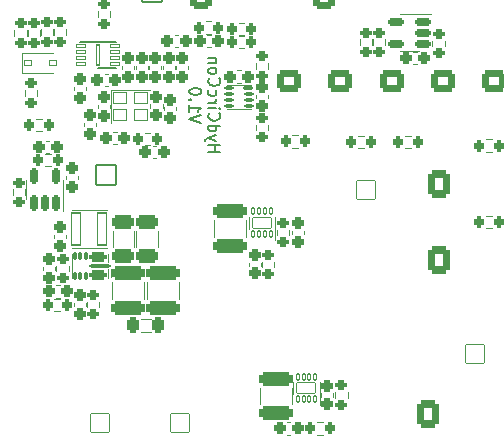
<source format=gbo>
G04 #@! TF.GenerationSoftware,KiCad,Pcbnew,(6.0.7)*
G04 #@! TF.CreationDate,2022-10-27T11:43:32+02:00*
G04 #@! TF.ProjectId,hydCircCon,68796443-6972-4634-936f-6e2e6b696361,rev?*
G04 #@! TF.SameCoordinates,Original*
G04 #@! TF.FileFunction,Legend,Bot*
G04 #@! TF.FilePolarity,Positive*
%FSLAX46Y46*%
G04 Gerber Fmt 4.6, Leading zero omitted, Abs format (unit mm)*
G04 Created by KiCad (PCBNEW (6.0.7)) date 2022-10-27 11:43:32*
%MOMM*%
%LPD*%
G01*
G04 APERTURE LIST*
G04 Aperture macros list*
%AMRoundRect*
0 Rectangle with rounded corners*
0 $1 Rounding radius*
0 $2 $3 $4 $5 $6 $7 $8 $9 X,Y pos of 4 corners*
0 Add a 4 corners polygon primitive as box body*
4,1,4,$2,$3,$4,$5,$6,$7,$8,$9,$2,$3,0*
0 Add four circle primitives for the rounded corners*
1,1,$1+$1,$2,$3*
1,1,$1+$1,$4,$5*
1,1,$1+$1,$6,$7*
1,1,$1+$1,$8,$9*
0 Add four rect primitives between the rounded corners*
20,1,$1+$1,$2,$3,$4,$5,0*
20,1,$1+$1,$4,$5,$6,$7,0*
20,1,$1+$1,$6,$7,$8,$9,0*
20,1,$1+$1,$8,$9,$2,$3,0*%
G04 Aperture macros list end*
%ADD10C,0.150000*%
%ADD11C,0.120000*%
%ADD12RoundRect,0.300000X-0.620000X-0.845000X0.620000X-0.845000X0.620000X0.845000X-0.620000X0.845000X0*%
%ADD13O,1.840000X2.290000*%
%ADD14RoundRect,0.300000X-0.750000X0.600000X-0.750000X-0.600000X0.750000X-0.600000X0.750000X0.600000X0*%
%ADD15O,2.100000X1.800000*%
%ADD16RoundRect,0.300000X-0.600000X-0.725000X0.600000X-0.725000X0.600000X0.725000X-0.600000X0.725000X0*%
%ADD17O,1.800000X2.050000*%
%ADD18C,3.300000*%
%ADD19O,1.150000X2.000000*%
%ADD20RoundRect,0.050000X-0.800000X-0.800000X0.800000X-0.800000X0.800000X0.800000X-0.800000X0.800000X0*%
%ADD21C,1.700000*%
%ADD22RoundRect,0.050000X0.800000X-0.800000X0.800000X0.800000X-0.800000X0.800000X-0.800000X-0.800000X0*%
%ADD23RoundRect,0.300000X0.620000X0.845000X-0.620000X0.845000X-0.620000X-0.845000X0.620000X-0.845000X0*%
%ADD24RoundRect,0.050000X-0.850000X-0.850000X0.850000X-0.850000X0.850000X0.850000X-0.850000X0.850000X0*%
%ADD25O,1.800000X1.800000*%
%ADD26RoundRect,0.050000X0.850000X-0.850000X0.850000X0.850000X-0.850000X0.850000X-0.850000X-0.850000X0*%
%ADD27RoundRect,0.250000X-0.200000X-0.275000X0.200000X-0.275000X0.200000X0.275000X-0.200000X0.275000X0*%
%ADD28RoundRect,0.275000X-0.250000X0.225000X-0.250000X-0.225000X0.250000X-0.225000X0.250000X0.225000X0*%
%ADD29RoundRect,0.275000X0.250000X-0.225000X0.250000X0.225000X-0.250000X0.225000X-0.250000X-0.225000X0*%
%ADD30RoundRect,0.275000X-0.225000X-0.250000X0.225000X-0.250000X0.225000X0.250000X-0.225000X0.250000X0*%
%ADD31RoundRect,0.250000X-0.275000X0.200000X-0.275000X-0.200000X0.275000X-0.200000X0.275000X0.200000X0*%
%ADD32RoundRect,0.250000X0.275000X-0.200000X0.275000X0.200000X-0.275000X0.200000X-0.275000X-0.200000X0*%
%ADD33RoundRect,0.200000X0.150000X-0.512500X0.150000X0.512500X-0.150000X0.512500X-0.150000X-0.512500X0*%
%ADD34RoundRect,0.275000X0.225000X0.250000X-0.225000X0.250000X-0.225000X-0.250000X0.225000X-0.250000X0*%
%ADD35RoundRect,0.300000X-1.100000X0.325000X-1.100000X-0.325000X1.100000X-0.325000X1.100000X0.325000X0*%
%ADD36RoundRect,0.112500X0.337500X0.062500X-0.337500X0.062500X-0.337500X-0.062500X0.337500X-0.062500X0*%
%ADD37RoundRect,0.112500X0.287500X0.062500X-0.287500X0.062500X-0.287500X-0.062500X0.287500X-0.062500X0*%
%ADD38RoundRect,0.300000X0.650000X-0.325000X0.650000X0.325000X-0.650000X0.325000X-0.650000X-0.325000X0*%
%ADD39RoundRect,0.050000X-0.575000X-0.500000X0.575000X-0.500000X0.575000X0.500000X-0.575000X0.500000X0*%
%ADD40RoundRect,0.250000X0.200000X0.275000X-0.200000X0.275000X-0.200000X-0.275000X0.200000X-0.275000X0*%
%ADD41RoundRect,0.050000X-0.375000X-0.150000X0.375000X-0.150000X0.375000X0.150000X-0.375000X0.150000X0*%
%ADD42RoundRect,0.050000X-0.150000X-0.850000X0.150000X-0.850000X0.150000X0.850000X-0.150000X0.850000X0*%
%ADD43RoundRect,0.300000X1.100000X-0.325000X1.100000X0.325000X-1.100000X0.325000X-1.100000X-0.325000X0*%
%ADD44RoundRect,0.268750X0.218750X0.256250X-0.218750X0.256250X-0.218750X-0.256250X0.218750X-0.256250X0*%
%ADD45RoundRect,0.250000X0.525000X-0.200000X0.525000X0.200000X-0.525000X0.200000X-0.525000X-0.200000X0*%
%ADD46RoundRect,0.125000X0.075000X-0.225000X0.075000X0.225000X-0.075000X0.225000X-0.075000X-0.225000X0*%
%ADD47RoundRect,0.125000X0.787500X-0.075000X0.787500X0.075000X-0.787500X0.075000X-0.787500X-0.075000X0*%
%ADD48RoundRect,0.050000X-0.400000X-1.350000X0.400000X-1.350000X0.400000X1.350000X-0.400000X1.350000X0*%
%ADD49RoundRect,0.050000X0.125000X-0.250000X0.125000X0.250000X-0.125000X0.250000X-0.125000X-0.250000X0*%
%ADD50RoundRect,0.050000X0.800000X-0.450000X0.800000X0.450000X-0.800000X0.450000X-0.800000X-0.450000X0*%
%ADD51RoundRect,0.268750X-0.218750X-0.381250X0.218750X-0.381250X0.218750X0.381250X-0.218750X0.381250X0*%
%ADD52RoundRect,0.050000X-0.300000X-0.225000X0.300000X-0.225000X0.300000X0.225000X-0.300000X0.225000X0*%
%ADD53RoundRect,0.200000X0.512500X0.150000X-0.512500X0.150000X-0.512500X-0.150000X0.512500X-0.150000X0*%
G04 APERTURE END LIST*
D10*
X172202619Y-101300000D02*
X173202619Y-101300000D01*
X172726428Y-101300000D02*
X172726428Y-100728571D01*
X172202619Y-100728571D02*
X173202619Y-100728571D01*
X172869285Y-100347619D02*
X172202619Y-100109523D01*
X172869285Y-99871428D02*
X172202619Y-100109523D01*
X171964523Y-100204761D01*
X171916904Y-100252380D01*
X171869285Y-100347619D01*
X172202619Y-99061904D02*
X173202619Y-99061904D01*
X172250238Y-99061904D02*
X172202619Y-99157142D01*
X172202619Y-99347619D01*
X172250238Y-99442857D01*
X172297857Y-99490476D01*
X172393095Y-99538095D01*
X172678809Y-99538095D01*
X172774047Y-99490476D01*
X172821666Y-99442857D01*
X172869285Y-99347619D01*
X172869285Y-99157142D01*
X172821666Y-99061904D01*
X172297857Y-98014285D02*
X172250238Y-98061904D01*
X172202619Y-98204761D01*
X172202619Y-98300000D01*
X172250238Y-98442857D01*
X172345476Y-98538095D01*
X172440714Y-98585714D01*
X172631190Y-98633333D01*
X172774047Y-98633333D01*
X172964523Y-98585714D01*
X173059761Y-98538095D01*
X173155000Y-98442857D01*
X173202619Y-98300000D01*
X173202619Y-98204761D01*
X173155000Y-98061904D01*
X173107380Y-98014285D01*
X172202619Y-97585714D02*
X172869285Y-97585714D01*
X173202619Y-97585714D02*
X173155000Y-97633333D01*
X173107380Y-97585714D01*
X173155000Y-97538095D01*
X173202619Y-97585714D01*
X173107380Y-97585714D01*
X172202619Y-97109523D02*
X172869285Y-97109523D01*
X172678809Y-97109523D02*
X172774047Y-97061904D01*
X172821666Y-97014285D01*
X172869285Y-96919047D01*
X172869285Y-96823809D01*
X172250238Y-96061904D02*
X172202619Y-96157142D01*
X172202619Y-96347619D01*
X172250238Y-96442857D01*
X172297857Y-96490476D01*
X172393095Y-96538095D01*
X172678809Y-96538095D01*
X172774047Y-96490476D01*
X172821666Y-96442857D01*
X172869285Y-96347619D01*
X172869285Y-96157142D01*
X172821666Y-96061904D01*
X172297857Y-95061904D02*
X172250238Y-95109523D01*
X172202619Y-95252380D01*
X172202619Y-95347619D01*
X172250238Y-95490476D01*
X172345476Y-95585714D01*
X172440714Y-95633333D01*
X172631190Y-95680952D01*
X172774047Y-95680952D01*
X172964523Y-95633333D01*
X173059761Y-95585714D01*
X173155000Y-95490476D01*
X173202619Y-95347619D01*
X173202619Y-95252380D01*
X173155000Y-95109523D01*
X173107380Y-95061904D01*
X172202619Y-94490476D02*
X172250238Y-94585714D01*
X172297857Y-94633333D01*
X172393095Y-94680952D01*
X172678809Y-94680952D01*
X172774047Y-94633333D01*
X172821666Y-94585714D01*
X172869285Y-94490476D01*
X172869285Y-94347619D01*
X172821666Y-94252380D01*
X172774047Y-94204761D01*
X172678809Y-94157142D01*
X172393095Y-94157142D01*
X172297857Y-94204761D01*
X172250238Y-94252380D01*
X172202619Y-94347619D01*
X172202619Y-94490476D01*
X172869285Y-93728571D02*
X172202619Y-93728571D01*
X172774047Y-93728571D02*
X172821666Y-93680952D01*
X172869285Y-93585714D01*
X172869285Y-93442857D01*
X172821666Y-93347619D01*
X172726428Y-93300000D01*
X172202619Y-93300000D01*
X171592619Y-98823809D02*
X170592619Y-98490476D01*
X171592619Y-98157142D01*
X170592619Y-97300000D02*
X170592619Y-97871428D01*
X170592619Y-97585714D02*
X171592619Y-97585714D01*
X171449761Y-97680952D01*
X171354523Y-97776190D01*
X171306904Y-97871428D01*
X170687857Y-96871428D02*
X170640238Y-96823809D01*
X170592619Y-96871428D01*
X170640238Y-96919047D01*
X170687857Y-96871428D01*
X170592619Y-96871428D01*
X171592619Y-96204761D02*
X171592619Y-96109523D01*
X171545000Y-96014285D01*
X171497380Y-95966666D01*
X171402142Y-95919047D01*
X171211666Y-95871428D01*
X170973571Y-95871428D01*
X170783095Y-95919047D01*
X170687857Y-95966666D01*
X170640238Y-96014285D01*
X170592619Y-96109523D01*
X170592619Y-96204761D01*
X170640238Y-96300000D01*
X170687857Y-96347619D01*
X170783095Y-96395238D01*
X170973571Y-96442857D01*
X171211666Y-96442857D01*
X171402142Y-96395238D01*
X171497380Y-96347619D01*
X171545000Y-96300000D01*
X171592619Y-96204761D01*
D11*
X195712742Y-107722500D02*
X196187258Y-107722500D01*
X195712742Y-106677500D02*
X196187258Y-106677500D01*
X168210000Y-93984420D02*
X168210000Y-94265580D01*
X167190000Y-93984420D02*
X167190000Y-94265580D01*
X182710000Y-122015580D02*
X182710000Y-121734420D01*
X181690000Y-122015580D02*
X181690000Y-121734420D01*
X167484420Y-100765000D02*
X167765580Y-100765000D01*
X167484420Y-101785000D02*
X167765580Y-101785000D01*
X156627500Y-96062742D02*
X156627500Y-96537258D01*
X157672500Y-96062742D02*
X157672500Y-96537258D01*
X160140000Y-103309420D02*
X160140000Y-103590580D01*
X161160000Y-103309420D02*
X161160000Y-103590580D01*
X182927500Y-122087258D02*
X182927500Y-121612742D01*
X183972500Y-122087258D02*
X183972500Y-121612742D01*
X176227500Y-93762742D02*
X176227500Y-94237258D01*
X177272500Y-93762742D02*
X177272500Y-94237258D01*
X160172500Y-91387258D02*
X160172500Y-90912742D01*
X159127500Y-91387258D02*
X159127500Y-90912742D01*
X166812742Y-99652500D02*
X167287258Y-99652500D01*
X166812742Y-100697500D02*
X167287258Y-100697500D01*
X159910000Y-104500000D02*
X159910000Y-106300000D01*
X156790000Y-104500000D02*
X156790000Y-105300000D01*
X159910000Y-104500000D02*
X159910000Y-103700000D01*
X156790000Y-104500000D02*
X156790000Y-103700000D01*
X189828080Y-93810000D02*
X189546920Y-93810000D01*
X189828080Y-92790000D02*
X189546920Y-92790000D01*
X163872500Y-89837258D02*
X163872500Y-89362742D01*
X162827500Y-89837258D02*
X162827500Y-89362742D01*
X179140580Y-124190000D02*
X178859420Y-124190000D01*
X179140580Y-125210000D02*
X178859420Y-125210000D01*
X166990000Y-112338748D02*
X166990000Y-113761252D01*
X169710000Y-112338748D02*
X169710000Y-113761252D01*
X179022500Y-108337258D02*
X179022500Y-107862742D01*
X177977500Y-108337258D02*
X177977500Y-107862742D01*
X175775000Y-95650000D02*
X173775000Y-95650000D01*
X175775000Y-97650000D02*
X173775000Y-97650000D01*
X163690580Y-95710000D02*
X163409420Y-95710000D01*
X163690580Y-94690000D02*
X163409420Y-94690000D01*
X158190000Y-111290580D02*
X158190000Y-111009420D01*
X159210000Y-111290580D02*
X159210000Y-111009420D01*
X160840000Y-114059420D02*
X160840000Y-114340580D01*
X161860000Y-114059420D02*
X161860000Y-114340580D01*
X164440580Y-100635000D02*
X164159420Y-100635000D01*
X164440580Y-99615000D02*
X164159420Y-99615000D01*
X166090000Y-109361252D02*
X166090000Y-107938748D01*
X167910000Y-109361252D02*
X167910000Y-107938748D01*
X159309420Y-112590000D02*
X159590580Y-112590000D01*
X159309420Y-113610000D02*
X159590580Y-113610000D01*
X160790000Y-95784420D02*
X160790000Y-96065580D01*
X161810000Y-95784420D02*
X161810000Y-96065580D01*
X174915580Y-95410000D02*
X174634420Y-95410000D01*
X174915580Y-94390000D02*
X174634420Y-94390000D01*
X163925000Y-98850000D02*
X163925000Y-96050000D01*
X163925000Y-96050000D02*
X167225000Y-96050000D01*
X159637258Y-114772500D02*
X159162742Y-114772500D01*
X159637258Y-113727500D02*
X159162742Y-113727500D01*
X156927500Y-90962742D02*
X156927500Y-91437258D01*
X157972500Y-90962742D02*
X157972500Y-91437258D01*
X176727500Y-110562742D02*
X176727500Y-111037258D01*
X177772500Y-110562742D02*
X177772500Y-111037258D01*
X195712742Y-100227500D02*
X196187258Y-100227500D01*
X195712742Y-101272500D02*
X196187258Y-101272500D01*
X159090000Y-108309420D02*
X159090000Y-108590580D01*
X160110000Y-108309420D02*
X160110000Y-108590580D01*
D10*
X162850000Y-94200000D02*
X164350000Y-94200000D01*
X161350000Y-91950000D02*
X164350000Y-91950000D01*
D11*
X156672500Y-104937258D02*
X156672500Y-104462742D01*
X155627500Y-104937258D02*
X155627500Y-104462742D01*
X179260000Y-122661252D02*
X179260000Y-121238748D01*
X176540000Y-122661252D02*
X176540000Y-121238748D01*
X187160000Y-91762742D02*
X187160000Y-92237258D01*
X186115000Y-91762742D02*
X186115000Y-92237258D01*
X185015000Y-91762742D02*
X185015000Y-92237258D01*
X186060000Y-91762742D02*
X186060000Y-92237258D01*
X169360000Y-93984420D02*
X169360000Y-94265580D01*
X168340000Y-93984420D02*
X168340000Y-94265580D01*
X172390580Y-92410000D02*
X172109420Y-92410000D01*
X172390580Y-91390000D02*
X172109420Y-91390000D01*
X162660000Y-98834420D02*
X162660000Y-99115580D01*
X161640000Y-98834420D02*
X161640000Y-99115580D01*
X179312742Y-99877500D02*
X179787258Y-99877500D01*
X179312742Y-100922500D02*
X179787258Y-100922500D01*
X169662779Y-92385000D02*
X169337221Y-92385000D01*
X169662779Y-91365000D02*
X169337221Y-91365000D01*
X155777500Y-91437258D02*
X155777500Y-90962742D01*
X156822500Y-91437258D02*
X156822500Y-90962742D01*
X163662500Y-109925000D02*
X163662500Y-110625000D01*
X163662500Y-111925000D02*
X163662500Y-111225000D01*
X160662500Y-111925000D02*
X160662500Y-109925000D01*
X163962500Y-111925000D02*
G75*
G03*
X163962500Y-111925000I-50000J0D01*
G01*
X175360000Y-108511252D02*
X175360000Y-107088748D01*
X172640000Y-108511252D02*
X172640000Y-107088748D01*
X160625000Y-109400000D02*
X163625000Y-109400000D01*
X160625000Y-106200000D02*
X163625000Y-106200000D01*
X181620000Y-122750000D02*
X181620000Y-120750000D01*
X179380000Y-120750000D02*
X179380000Y-121750000D01*
X192210000Y-92337258D02*
X192210000Y-91862742D01*
X191165000Y-92337258D02*
X191165000Y-91862742D01*
X168310000Y-97540580D02*
X168310000Y-97259420D01*
X167290000Y-97540580D02*
X167290000Y-97259420D01*
X165910000Y-93984420D02*
X165910000Y-94265580D01*
X164890000Y-93984420D02*
X164890000Y-94265580D01*
X163860000Y-97309420D02*
X163860000Y-97590580D01*
X162840000Y-97309420D02*
X162840000Y-97590580D01*
X176227500Y-99437258D02*
X176227500Y-98962742D01*
X177272500Y-99437258D02*
X177272500Y-98962742D01*
X161927500Y-114437258D02*
X161927500Y-113962742D01*
X162972500Y-114437258D02*
X162972500Y-113962742D01*
X166500378Y-115390000D02*
X167299622Y-115390000D01*
X166500378Y-116510000D02*
X167299622Y-116510000D01*
X158740580Y-101360000D02*
X158459420Y-101360000D01*
X158740580Y-100340000D02*
X158459420Y-100340000D01*
X184862742Y-100972500D02*
X185337258Y-100972500D01*
X184862742Y-99927500D02*
X185337258Y-99927500D01*
X158362742Y-101447500D02*
X158837258Y-101447500D01*
X158362742Y-102492500D02*
X158837258Y-102492500D01*
X175237258Y-91427500D02*
X174762742Y-91427500D01*
X175237258Y-92472500D02*
X174762742Y-92472500D01*
X164090000Y-109361252D02*
X164090000Y-107938748D01*
X165910000Y-109361252D02*
X165910000Y-107938748D01*
X181412742Y-125222500D02*
X181887258Y-125222500D01*
X181412742Y-124177500D02*
X181887258Y-124177500D01*
X177260000Y-96459420D02*
X177260000Y-96740580D01*
X176240000Y-96459420D02*
X176240000Y-96740580D01*
X156450000Y-94610000D02*
X159000000Y-94610000D01*
X156450000Y-92910000D02*
X159000000Y-92910000D01*
X156450000Y-94610000D02*
X156450000Y-92910000D01*
X159072500Y-91387258D02*
X159072500Y-90912742D01*
X158027500Y-91387258D02*
X158027500Y-90912742D01*
X174762742Y-90327500D02*
X175237258Y-90327500D01*
X174762742Y-91372500D02*
X175237258Y-91372500D01*
X180260000Y-108240580D02*
X180260000Y-107959420D01*
X179240000Y-108240580D02*
X179240000Y-107959420D01*
X170460000Y-93984420D02*
X170460000Y-94265580D01*
X169440000Y-93984420D02*
X169440000Y-94265580D01*
X175590000Y-110659420D02*
X175590000Y-110940580D01*
X176610000Y-110659420D02*
X176610000Y-110940580D01*
X167060000Y-93984420D02*
X167060000Y-94265580D01*
X166040000Y-93984420D02*
X166040000Y-94265580D01*
X172437258Y-90227500D02*
X171962742Y-90227500D01*
X172437258Y-91272500D02*
X171962742Y-91272500D01*
X169460000Y-97765580D02*
X169460000Y-97484420D01*
X168440000Y-97765580D02*
X168440000Y-97484420D01*
X159327500Y-111387258D02*
X159327500Y-110912742D01*
X160372500Y-111387258D02*
X160372500Y-110912742D01*
X157612742Y-98477500D02*
X158087258Y-98477500D01*
X157612742Y-99522500D02*
X158087258Y-99522500D01*
X177870000Y-108770000D02*
X177870000Y-106770000D01*
X175630000Y-106770000D02*
X175630000Y-107770000D01*
X189200000Y-89640000D02*
X191000000Y-89640000D01*
X189200000Y-89640000D02*
X188400000Y-89640000D01*
X189200000Y-92760000D02*
X188400000Y-92760000D01*
X189200000Y-92760000D02*
X190000000Y-92760000D01*
X166760000Y-112338748D02*
X166760000Y-113761252D01*
X164040000Y-112338748D02*
X164040000Y-113761252D01*
X188862742Y-99927500D02*
X189337258Y-99927500D01*
X188862742Y-100972500D02*
X189337258Y-100972500D01*
%LPC*%
D12*
X149610000Y-95520000D03*
D13*
X152150000Y-95520000D03*
X154690000Y-95520000D03*
D14*
X196400000Y-95300000D03*
D15*
X196400000Y-97800000D03*
D16*
X181950000Y-88150000D03*
D17*
X184450000Y-88150000D03*
X186950000Y-88150000D03*
X189450000Y-88150000D03*
D14*
X187700000Y-95300000D03*
D15*
X187700000Y-97800000D03*
D16*
X171550000Y-88150000D03*
D17*
X174050000Y-88150000D03*
X176550000Y-88150000D03*
D18*
X195250000Y-89500000D03*
D14*
X179000000Y-95300000D03*
D15*
X179000000Y-97800000D03*
D19*
X162200000Y-87950000D03*
X155050000Y-87950000D03*
D12*
X149660000Y-117470000D03*
D13*
X152200000Y-117470000D03*
X154740000Y-117470000D03*
D20*
X185567621Y-104500000D03*
D21*
X188067621Y-104500000D03*
D22*
X163000000Y-124267621D03*
D21*
X163000000Y-121767621D03*
D18*
X151250000Y-123500000D03*
D23*
X190770000Y-123480000D03*
D13*
X188230000Y-123480000D03*
D18*
X151250000Y-89500000D03*
D24*
X167425000Y-87750000D03*
D25*
X167425000Y-90290000D03*
D18*
X195250000Y-123500000D03*
D12*
X149660000Y-111270000D03*
D13*
X152200000Y-111270000D03*
X154740000Y-111270000D03*
D14*
X192050000Y-95300000D03*
D15*
X192050000Y-97800000D03*
D12*
X191710000Y-104000000D03*
D13*
X194250000Y-104000000D03*
X196790000Y-104000000D03*
D26*
X163525000Y-103250000D03*
D25*
X166065000Y-103250000D03*
X168605000Y-103250000D03*
D22*
X169750000Y-124250000D03*
D21*
X169750000Y-121750000D03*
D12*
X149610000Y-101700000D03*
D13*
X152150000Y-101700000D03*
X154690000Y-101700000D03*
D14*
X183350000Y-95300000D03*
D15*
X183350000Y-97800000D03*
D12*
X191710000Y-110400000D03*
D13*
X194250000Y-110400000D03*
X196790000Y-110400000D03*
D22*
X194750000Y-118432380D03*
D21*
X194750000Y-115932380D03*
D27*
X195125000Y-107200000D03*
X196775000Y-107200000D03*
D28*
X167700000Y-93350000D03*
X167700000Y-94900000D03*
D29*
X182200000Y-122650000D03*
X182200000Y-121100000D03*
D30*
X166850000Y-101275000D03*
X168400000Y-101275000D03*
D31*
X157150000Y-95475000D03*
X157150000Y-97125000D03*
D28*
X160650000Y-102675000D03*
X160650000Y-104225000D03*
D32*
X183450000Y-122675000D03*
X183450000Y-121025000D03*
D31*
X176750000Y-93175000D03*
X176750000Y-94825000D03*
D32*
X159650000Y-91975000D03*
X159650000Y-90325000D03*
D27*
X166225000Y-100175000D03*
X167875000Y-100175000D03*
D33*
X159300000Y-105637500D03*
X158350000Y-105637500D03*
X157400000Y-105637500D03*
X157400000Y-103362500D03*
X159300000Y-103362500D03*
D34*
X190462500Y-93300000D03*
X188912500Y-93300000D03*
D32*
X163350000Y-90425000D03*
X163350000Y-88775000D03*
D34*
X179775000Y-124700000D03*
X178225000Y-124700000D03*
D35*
X168350000Y-111575000D03*
X168350000Y-114525000D03*
D32*
X178500000Y-108925000D03*
X178500000Y-107275000D03*
D36*
X175575000Y-95900000D03*
D37*
X175625000Y-96400000D03*
X175625000Y-96900000D03*
X175625000Y-97400000D03*
X173925000Y-97400000D03*
X173925000Y-96900000D03*
X173925000Y-96400000D03*
X173925000Y-95900000D03*
D34*
X164325000Y-95200000D03*
X162775000Y-95200000D03*
D29*
X158700000Y-111925000D03*
X158700000Y-110375000D03*
D28*
X161350000Y-113425000D03*
X161350000Y-114975000D03*
D34*
X165075000Y-100125000D03*
X163525000Y-100125000D03*
D38*
X167000000Y-110125000D03*
X167000000Y-107175000D03*
D30*
X158675000Y-113100000D03*
X160225000Y-113100000D03*
D28*
X161300000Y-95150000D03*
X161300000Y-96700000D03*
D34*
X175550000Y-94900000D03*
X174000000Y-94900000D03*
D39*
X164700000Y-96750000D03*
X166450000Y-96750000D03*
X166450000Y-98150000D03*
X164700000Y-98150000D03*
D40*
X160225000Y-114250000D03*
X158575000Y-114250000D03*
D31*
X157450000Y-90375000D03*
X157450000Y-92025000D03*
X177250000Y-109975000D03*
X177250000Y-111625000D03*
D27*
X195125000Y-100750000D03*
X196775000Y-100750000D03*
D28*
X159600000Y-107675000D03*
X159600000Y-109225000D03*
D41*
X161400000Y-93825000D03*
X161400000Y-93325000D03*
X161400000Y-92825000D03*
X161400000Y-92325000D03*
X164300000Y-92325000D03*
X164300000Y-92825000D03*
X164300000Y-93325000D03*
X164300000Y-93825000D03*
D42*
X162850000Y-93075000D03*
D32*
X156150000Y-105525000D03*
X156150000Y-103875000D03*
D43*
X177900000Y-123425000D03*
X177900000Y-120475000D03*
D31*
X186637500Y-91175000D03*
X186637500Y-92825000D03*
X185537500Y-91175000D03*
X185537500Y-92825000D03*
D28*
X168850000Y-93350000D03*
X168850000Y-94900000D03*
D34*
X173025000Y-91900000D03*
X171475000Y-91900000D03*
D28*
X162150000Y-98200000D03*
X162150000Y-99750000D03*
D27*
X178725000Y-100400000D03*
X180375000Y-100400000D03*
D44*
X170287500Y-91875000D03*
X168712500Y-91875000D03*
D32*
X156300000Y-92025000D03*
X156300000Y-90375000D03*
D45*
X162850000Y-111675000D03*
D46*
X161800000Y-111775000D03*
X161350000Y-111775000D03*
X160900000Y-111775000D03*
X160900000Y-110075000D03*
X161350000Y-110075000D03*
X161800000Y-110075000D03*
D45*
X162850000Y-110175000D03*
D47*
X162987500Y-110925000D03*
D43*
X174000000Y-109275000D03*
X174000000Y-106325000D03*
D48*
X161025000Y-107800000D03*
X163225000Y-107800000D03*
D49*
X181250000Y-122200000D03*
X180750000Y-122200000D03*
X180250000Y-122200000D03*
X179750000Y-122200000D03*
X179750000Y-120300000D03*
X180250000Y-120300000D03*
X180750000Y-120300000D03*
X181250000Y-120300000D03*
D50*
X180500000Y-121250000D03*
D32*
X191687500Y-92925000D03*
X191687500Y-91275000D03*
D29*
X167800000Y-98175000D03*
X167800000Y-96625000D03*
D28*
X165400000Y-93350000D03*
X165400000Y-94900000D03*
X163350000Y-96675000D03*
X163350000Y-98225000D03*
D32*
X176750000Y-100025000D03*
X176750000Y-98375000D03*
X162450000Y-115025000D03*
X162450000Y-113375000D03*
D51*
X165837500Y-115950000D03*
X167962500Y-115950000D03*
D34*
X159375000Y-100850000D03*
X157825000Y-100850000D03*
D27*
X184275000Y-100450000D03*
X185925000Y-100450000D03*
X157775000Y-101970000D03*
X159425000Y-101970000D03*
D40*
X175825000Y-91950000D03*
X174175000Y-91950000D03*
D38*
X165000000Y-110125000D03*
X165000000Y-107175000D03*
D27*
X180825000Y-124700000D03*
X182475000Y-124700000D03*
D28*
X176750000Y-95825000D03*
X176750000Y-97375000D03*
D52*
X156900000Y-93760000D03*
X159000000Y-93760000D03*
D32*
X158550000Y-91975000D03*
X158550000Y-90325000D03*
D27*
X174175000Y-90850000D03*
X175825000Y-90850000D03*
D29*
X179750000Y-108875000D03*
X179750000Y-107325000D03*
D28*
X169950000Y-93350000D03*
X169950000Y-94900000D03*
X176100000Y-110025000D03*
X176100000Y-111575000D03*
X166550000Y-93350000D03*
X166550000Y-94900000D03*
D40*
X173025000Y-90750000D03*
X171375000Y-90750000D03*
D29*
X168950000Y-98400000D03*
X168950000Y-96850000D03*
D32*
X159850000Y-111975000D03*
X159850000Y-110325000D03*
D27*
X157025000Y-99000000D03*
X158675000Y-99000000D03*
D49*
X177500000Y-108220000D03*
X177000000Y-108220000D03*
X176500000Y-108220000D03*
X176000000Y-108220000D03*
X176000000Y-106320000D03*
X176500000Y-106320000D03*
X177000000Y-106320000D03*
X177500000Y-106320000D03*
D50*
X176750000Y-107270000D03*
D53*
X190337500Y-90250000D03*
X190337500Y-91200000D03*
X190337500Y-92150000D03*
X188062500Y-92150000D03*
X188062500Y-90250000D03*
D35*
X165400000Y-111575000D03*
X165400000Y-114525000D03*
D27*
X188275000Y-100450000D03*
X189925000Y-100450000D03*
M02*

</source>
